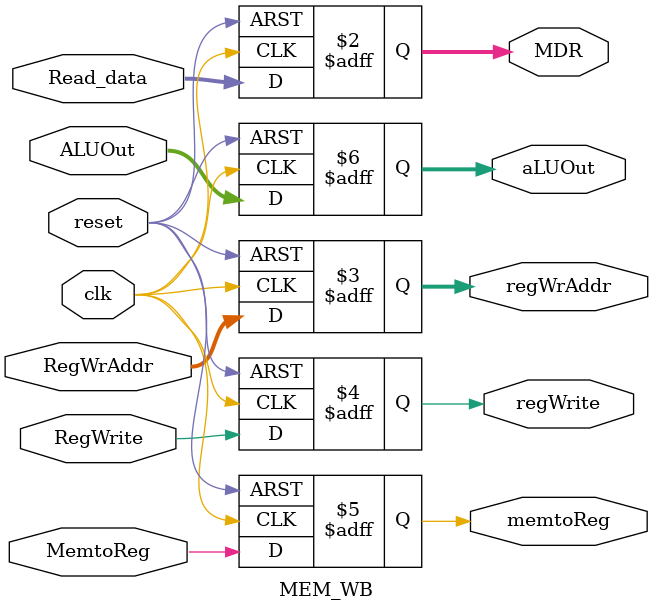
<source format=v>
`timescale 1ns/1ps
module MEM_WB(
        input reset, 
        input clk, 
        input [4:0] RegWrAddr, 
        input RegWrite,
        input MemtoReg, 
        input [31:0] Read_data, 
        input [31:0] ALUOut, 
        output reg [31:0] MDR,
        

    output reg [4:0] regWrAddr,
    output reg regWrite,
    output reg memtoReg,
    output reg [31:0] aLUOut
    );

    always @(posedge reset or posedge clk)
    begin
        if(reset)
        begin
            regWrAddr <= 0;
            regWrite <= 0;
            memtoReg <= 0;
            MDR <= 0;
            aLUOut <= 0;
        end
        else begin
            regWrAddr <= RegWrAddr;
            regWrite <= RegWrite;
            memtoReg <= MemtoReg;
            MDR <= Read_data;
            aLUOut <= ALUOut;
        end
    end
endmodule
</source>
